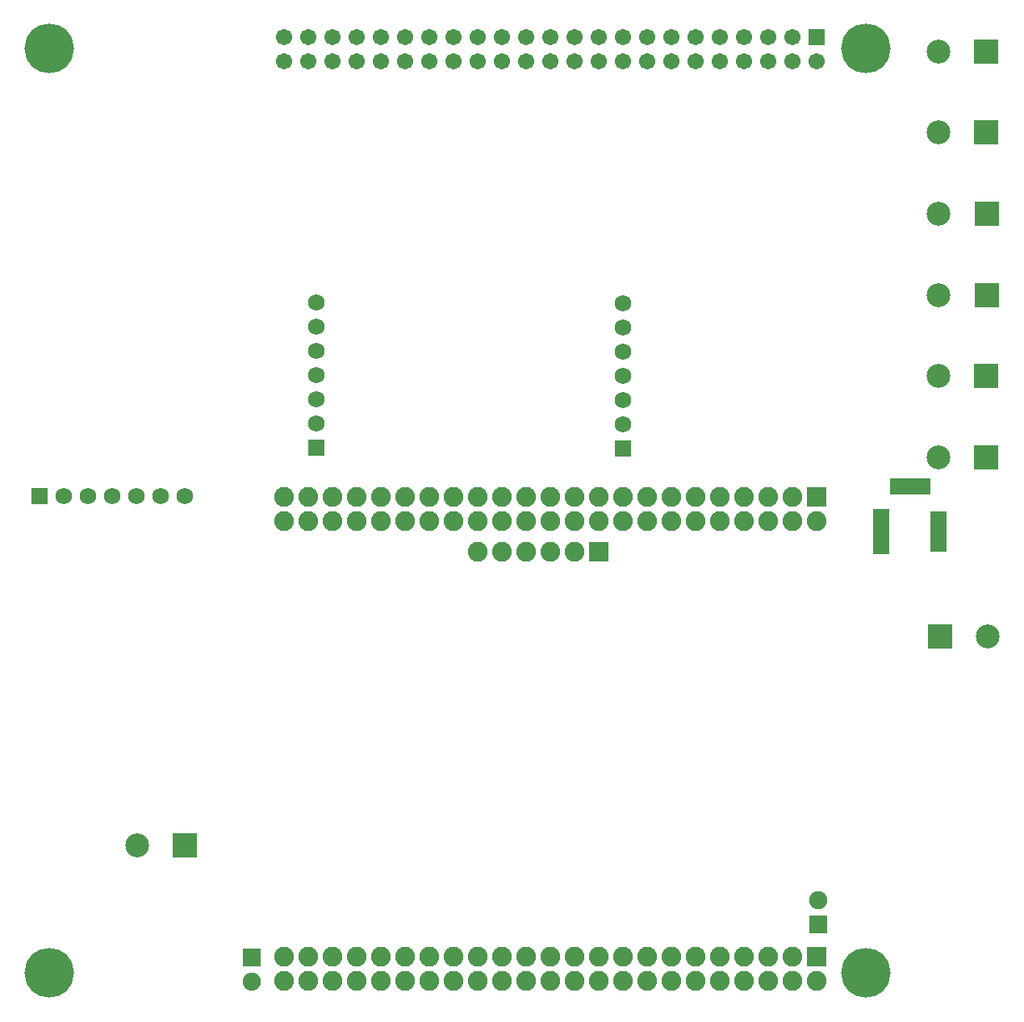
<source format=gbs>
G04 Layer_Color=16711935*
%FSLAX44Y44*%
%MOMM*%
G71*
G01*
G75*
%ADD145C,1.7032*%
%ADD146R,1.7032X1.7032*%
%ADD147R,1.9032X1.9032*%
%ADD148C,1.9032*%
%ADD149C,2.5032*%
%ADD150R,2.5032X2.5032*%
%ADD151C,2.0828*%
%ADD152R,2.0828X2.0828*%
%ADD153C,1.7332*%
%ADD154R,1.7332X1.7332*%
%ADD155R,1.7332X1.7332*%
%ADD156R,1.7032X4.2192*%
%ADD157R,4.2192X1.7032*%
%ADD158R,1.7032X4.7192*%
%ADD159C,5.2032*%
%ADD160C,0.0508*%
D145*
X286766Y996442D02*
D03*
X312166D02*
D03*
X337566D02*
D03*
X362966D02*
D03*
X388366D02*
D03*
X413766D02*
D03*
X439166D02*
D03*
X464566D02*
D03*
X489966D02*
D03*
X515366D02*
D03*
X540766D02*
D03*
X566166D02*
D03*
X591566D02*
D03*
X616966D02*
D03*
X642366D02*
D03*
X667766D02*
D03*
X693166D02*
D03*
X718566D02*
D03*
X743966D02*
D03*
X769366D02*
D03*
X794766D02*
D03*
X820166D02*
D03*
X845566D02*
D03*
X286766Y1021842D02*
D03*
X312166D02*
D03*
X337566D02*
D03*
X362966D02*
D03*
X388366D02*
D03*
X413766D02*
D03*
X439166D02*
D03*
X464566D02*
D03*
X489966D02*
D03*
X515366D02*
D03*
X540766D02*
D03*
X566166D02*
D03*
X591566D02*
D03*
X616966D02*
D03*
X642366D02*
D03*
X667766D02*
D03*
X693166D02*
D03*
X718566D02*
D03*
X743966D02*
D03*
X769366D02*
D03*
X794766D02*
D03*
X820166D02*
D03*
D146*
X845566D02*
D03*
D147*
X846582Y90932D02*
D03*
X252222Y56388D02*
D03*
D148*
X846582Y116332D02*
D03*
X252222Y30988D02*
D03*
D149*
X1024744Y393446D02*
D03*
X973220Y922020D02*
D03*
X131972Y173736D02*
D03*
X973220Y666242D02*
D03*
X973474Y836676D02*
D03*
X973220Y1007364D02*
D03*
X973450Y751408D02*
D03*
X973366Y580898D02*
D03*
D150*
X974744Y393446D02*
D03*
X1023220Y922020D02*
D03*
X181972Y173736D02*
D03*
X1023220Y666242D02*
D03*
X1023474Y836676D02*
D03*
X1023220Y1007364D02*
D03*
X1023450Y751408D02*
D03*
X1023366Y580898D02*
D03*
D151*
X820166Y539242D02*
D03*
X845566Y513842D02*
D03*
X794766Y539242D02*
D03*
X743966D02*
D03*
X769366D02*
D03*
X820166Y513842D02*
D03*
X769366D02*
D03*
X794766D02*
D03*
X743966D02*
D03*
X718566Y539242D02*
D03*
X693166Y513842D02*
D03*
X667766Y539242D02*
D03*
X693166D02*
D03*
X591566D02*
D03*
X642366D02*
D03*
X667766Y513842D02*
D03*
X616966Y539242D02*
D03*
X718566Y513842D02*
D03*
X642366D02*
D03*
X616966D02*
D03*
X591566D02*
D03*
Y482092D02*
D03*
X820166Y56642D02*
D03*
X769366D02*
D03*
X794766D02*
D03*
X743966D02*
D03*
X845566Y31242D02*
D03*
X794766D02*
D03*
X820166D02*
D03*
X769366D02*
D03*
X693166Y56642D02*
D03*
X718566D02*
D03*
X667766D02*
D03*
X642366D02*
D03*
X591566D02*
D03*
X616966D02*
D03*
X591566Y31242D02*
D03*
X718566D02*
D03*
X743966D02*
D03*
X693166D02*
D03*
X642366D02*
D03*
X667766D02*
D03*
X616966D02*
D03*
X566166Y539242D02*
D03*
X540766D02*
D03*
X566166Y513842D02*
D03*
X515366Y539242D02*
D03*
X540766Y513842D02*
D03*
X489966Y539242D02*
D03*
X464566D02*
D03*
X439166D02*
D03*
X515366Y513842D02*
D03*
X540766Y482092D02*
D03*
X566166D02*
D03*
X515366D02*
D03*
X489966Y513842D02*
D03*
X439166D02*
D03*
X489966Y482092D02*
D03*
X464566Y513842D02*
D03*
X388366Y539242D02*
D03*
X413766D02*
D03*
X362966D02*
D03*
X312166D02*
D03*
X337566D02*
D03*
X286766D02*
D03*
X388366Y513842D02*
D03*
X413766D02*
D03*
X362966D02*
D03*
X312166D02*
D03*
X337566D02*
D03*
X286766D02*
D03*
X540766Y56642D02*
D03*
X566166D02*
D03*
X489966D02*
D03*
X515366D02*
D03*
X464566D02*
D03*
X439166D02*
D03*
X413766D02*
D03*
X489966Y31242D02*
D03*
X540766D02*
D03*
X566166D02*
D03*
X515366D02*
D03*
X464566D02*
D03*
X439166D02*
D03*
X362966Y56642D02*
D03*
X388366D02*
D03*
X337566D02*
D03*
X312166D02*
D03*
X286766D02*
D03*
X388366Y31242D02*
D03*
X413766D02*
D03*
X362966D02*
D03*
X312166D02*
D03*
X337566D02*
D03*
X286766D02*
D03*
D152*
X845566Y539242D02*
D03*
X616966Y482092D02*
D03*
X845566Y56642D02*
D03*
D153*
X182118Y540258D02*
D03*
X156718D02*
D03*
X131318D02*
D03*
X105918D02*
D03*
X80518D02*
D03*
X55118D02*
D03*
X641858Y742696D02*
D03*
Y717296D02*
D03*
Y691896D02*
D03*
Y666496D02*
D03*
Y641096D02*
D03*
Y615696D02*
D03*
X320558Y743458D02*
D03*
Y718058D02*
D03*
Y692658D02*
D03*
Y667258D02*
D03*
Y641858D02*
D03*
Y616458D02*
D03*
D154*
X29718Y540258D02*
D03*
D155*
X641858Y590296D02*
D03*
X320558Y591058D02*
D03*
D156*
X973102Y503420D02*
D03*
D157*
X943102Y550420D02*
D03*
D158*
X913102Y503420D02*
D03*
D159*
X897000Y1010000D02*
D03*
X39999Y1010000D02*
D03*
Y40000D02*
D03*
X897000D02*
D03*
D160*
X178562Y604942D02*
D03*
X802752Y586994D02*
D03*
X820928Y605450D02*
D03*
X481452Y587248D02*
D03*
X499628Y606212D02*
D03*
X52070Y619760D02*
D03*
X373136Y621030D02*
D03*
X694436Y620268D02*
D03*
X178816Y593852D02*
D03*
M02*

</source>
